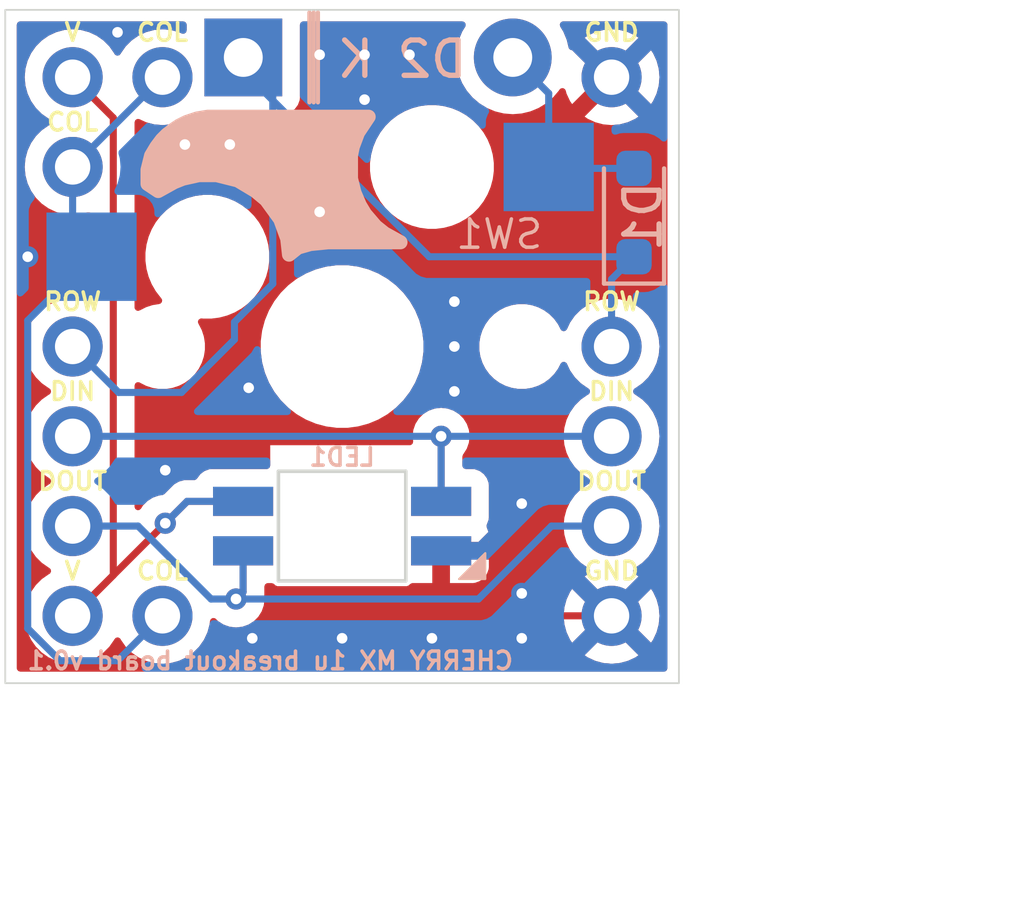
<source format=kicad_pcb>
(kicad_pcb (version 20240108) (generator "pcbnew") (generator_version "8.0")
  (layers (0 "F.Cu" signal) (31 "B.Cu" signal) (34 "B.Paste" user) (35 "F.Paste" user) (36 "B.SilkS" user "B.Silkscreen") (37 "F.SilkS" user "F.Silkscreen") (38 "B.Mask" user) (39 "F.Mask" user) (44 "Edge.Cuts" user))
  (net 0 "")
  (net 1 "/ROW")
  (net 2 "Net-(D1-A)")
  (net 3 "/COL")
  (net 4 "/VIN")
  (net 5 "/DOUT")
  (net 6 "/DIN")
  (net 7 "/GND")
  (footprint "THT:THT_D1.7mm_D1.0mm_P2.54mm" (layer "F.Cu") (at 123.241049 67.849969)
    (property "Reference" "GND" (at 0 -1.27 0) (layer "F.SilkS") (effects (font (size 0.5 0.5) (thickness 0.1))))
    (property "Value" "Conn_01x01_Pin" (hide yes))
    (pad "1" thru_hole circle (at 0 0) (size 1.7 1.7) (drill 1) (layers "*.Cu" "*.Mask") (net 7 "/GND"))
  )
  (footprint "THT:THT_D1.7mm_D1.0mm_P2.54mm" (layer "F.Cu") (at 108.001049 83.089969)
    (property "Reference" "V" (at 0 -1.27 0) (layer "F.SilkS") (effects (font (size 0.5 0.5) (thickness 0.1))))
    (property "Value" "Conn_01x01_Pin" (hide yes))
    (pad "1" thru_hole circle (at 0 0) (size 1.7 1.7) (drill 1) (layers "*.Cu" "*.Mask") (net 4 "/VIN"))
  )
  (footprint "THT:THT_D1.7mm_D1.0mm_P2.54mm" (layer "F.Cu") (at 108.001049 67.849969)
    (property "Reference" "V" (at 0 -1.27 0) (layer "F.SilkS") (effects (font (size 0.5 0.5) (thickness 0.1))))
    (property "Value" "Conn_01x01_Pin" (hide yes))
    (pad "1" thru_hole circle (at 0 0) (size 1.7 1.7) (drill 1) (layers "*.Cu" "*.Mask") (net 4 "/VIN"))
  )
  (footprint "THT:THT_D1.7mm_D1.0mm_P2.54mm" (layer "F.Cu") (at 108.001049 70.389969)
    (property "Reference" "COL" (at 0 -1.27 0) (layer "F.SilkS") (effects (font (size 0.5 0.5) (thickness 0.1))))
    (property "Value" "Conn_01x01_Pin" (hide yes))
    (pad "1" thru_hole circle (at 0 0) (size 1.7 1.7) (drill 1) (layers "*.Cu" "*.Mask") (net 3 "/COL"))
  )
  (footprint "THT:THT_D1.7mm_D1.0mm_P2.54mm" (layer "F.Cu") (at 108.001049 80.549969)
    (property "Reference" "DOUT" (at 0 -1.27 0) (layer "F.SilkS") (effects (font (size 0.5 0.5) (thickness 0.1))))
    (property "Value" "Conn_01x01_Pin" (hide yes))
    (pad "1" thru_hole circle (at 0 0) (size 1.7 1.7) (drill 1) (layers "*.Cu" "*.Mask") (net 5 "/DOUT"))
  )
  (footprint "THT:THT_D1.7mm_D1.0mm_P2.54mm" (layer "F.Cu") (at 123.241049 80.549969)
    (property "Reference" "DOUT" (at 0 -1.27 0) (layer "F.SilkS") (effects (font (size 0.5 0.5) (thickness 0.1))))
    (property "Value" "Conn_01x01_Pin" (hide yes))
    (pad "1" thru_hole circle (at 0 0) (size 1.7 1.7) (drill 1) (layers "*.Cu" "*.Mask") (net 5 "/DOUT"))
  )
  (footprint "THT:THT_D1.7mm_D1.0mm_P2.54mm" (layer "F.Cu") (at 108.001049 78.009969)
    (property "Reference" "DIN" (at 0 -1.27 0) (layer "F.SilkS") (effects (font (size 0.5 0.5) (thickness 0.1))))
    (property "Value" "Conn_01x01_Pin" (hide yes))
    (pad "1" thru_hole circle (at 0 0) (size 1.7 1.7) (drill 1) (layers "*.Cu" "*.Mask") (net 6 "/DIN"))
  )
  (footprint "THT:THT_D1.7mm_D1.0mm_P2.54mm" (layer "F.Cu") (at 110.541049 67.849969)
    (property "Reference" "J13" (hide yes))
    (property "Value" "Conn_01x01_Pin" (hide yes))
    (pad "1" thru_hole circle (at 0 0) (size 1.7 1.7) (drill 1) (layers "*.Cu" "*.Mask") (net 3 "/COL"))
  )
  (footprint "THT:THT_D1.7mm_D1.0mm_P2.54mm" (layer "F.Cu") (at 110.541049 83.089969)
    (property "Reference" "COL" (at 0 -1.27 0) (layer "F.SilkS") (effects (font (size 0.5 0.5) (thickness 0.1))))
    (property "Value" "Conn_01x01_Pin" (hide yes))
    (pad "1" thru_hole circle (at 0 0) (size 1.7 1.7) (drill 1) (layers "*.Cu" "*.Mask") (net 3 "/COL"))
  )
  (footprint "THT:THT_D1.7mm_D1.0mm_P2.54mm" (layer "F.Cu") (at 123.241049 78.009969)
    (property "Reference" "DIN" (at 0 -1.27 0) (layer "F.SilkS") (effects (font (size 0.5 0.5) (thickness 0.1))))
    (property "Value" "Conn_01x01_Pin" (hide yes))
    (pad "1" thru_hole circle (at 0 0) (size 1.7 1.7) (drill 1) (layers "*.Cu" "*.Mask") (net 6 "/DIN"))
  )
  (footprint "THT:THT_D1.7mm_D1.0mm_P2.54mm" (layer "F.Cu") (at 108.001049 75.469969)
    (property "Reference" "ROW" (at 0 -1.27 0) (layer "F.SilkS") (effects (font (size 0.5 0.5) (thickness 0.1))))
    (property "Value" "Conn_01x01_Pin" (hide yes))
    (pad "1" thru_hole circle (at 0 0) (size 1.7 1.7) (drill 1) (layers "*.Cu" "*.Mask") (net 1 "/ROW"))
  )
  (footprint "THT:THT_D1.7mm_D1.0mm_P2.54mm" (layer "F.Cu") (at 123.241049 75.469969)
    (property "Reference" "ROW" (at 0 -1.27 0) (layer "F.SilkS") (effects (font (size 0.5 0.5) (thickness 0.1))))
    (property "Value" "Conn_01x01_Pin" (hide yes))
    (pad "1" thru_hole circle (at 0 0) (size 1.7 1.7) (drill 1) (layers "*.Cu" "*.Mask") (net 1 "/ROW"))
  )
  (footprint "THT:THT_D1.7mm_D1.0mm_P2.54mm" (layer "F.Cu") (at 123.241049 83.089969)
    (property "Reference" "GND" (at 0 -1.27 0) (layer "F.SilkS") (effects (font (size 0.5 0.5) (thickness 0.1))))
    (property "Value" "Conn_01x01_Pin" (hide yes))
    (pad "1" thru_hole circle (at 0 0) (size 1.7 1.7) (drill 1) (layers "*.Cu" "*.Mask") (net 7 "/GND"))
  )
  (footprint "kbd:keyswitch_cherrymx_hotswap_1u" (layer "B.Cu") (at 115.621049 75.469969 180)
    (property "Reference" "SW1" (at -4.445 3.175 0) (layer "B.SilkS") (effects (font (size 0.8 0.8) (thickness 0.1) (bold yes)) (justify mirror)))
    (property "Value" "SW_Push" (hide yes))
    (fp_poly (pts (xy 3.6 6.5) (xy 3.8 6.5) (xy 4.1 6.45) (xy 4.4 6.35) (xy 4.6 6.25) (xy 4.75 6.15) (xy 4.95 6) (xy 5.1 5.85) (xy 5.25 5.65) (xy 5.4 5.4) (xy 5.5 5) (xy 5.5 4.6) (xy 5.35 4.5) (xy 5.2 4.4) (xy 4.75 4.65) (xy 4.5 4.75) (xy 4.05 4.85) (xy 3.55 4.85) (xy 2.95 4.7) (xy 2.45 4.4) (xy 2.15 4.15) (xy 1.75 3.6) (xy 1.55 3.05) (xy 1.5 2.6) (xy 1.25 2.8) (xy 0.9 2.9) (xy 0.4 2.95) (xy -1.65 2.95) (xy -1.2 3.2) (xy -0.95 3.4) (xy -0.65 3.75) (xy -0.5 4) (xy -0.35 4.35) (xy -0.25 4.75) (xy -0.25 5.05) (xy -0.25 5.4) (xy -0.3 5.65) (xy -0.45 6.05) (xy -0.75 6.5)) (stroke (width 0.4)) (fill solid) (layer "B.SilkS"))
    (pad "" np_thru_hole circle (at -5.08 0 180) (size 1.9 1.9) (drill 1.9) (layers "*.Cu" "*.Mask"))
    (pad "" np_thru_hole circle (at -2.54 5.08 180) (size 3 3) (drill 3) (layers "F&B.Cu" "*.Mask"))
    (pad "" np_thru_hole circle (at 0 0 270) (size 4.1 4.1) (drill 4.1) (layers "*.Cu" "*.Mask"))
    (pad "" np_thru_hole circle (at 3.81 2.54 180) (size 3 3) (drill 3) (layers "F&B.Cu" "*.Mask"))
    (pad "" np_thru_hole circle (at 5.08 0 180) (size 1.9 1.9) (drill 1.9) (layers "*.Cu" "*.Mask"))
    (pad "1" smd rect (at 7.085 2.54) (size 2.55 2.5) (layers "B.Cu" "B.Paste" "B.Mask") (net 3 "/COL"))
    (pad "2" smd rect (at -5.842 5.08) (size 2.55 2.5) (layers "B.Cu" "B.Paste" "B.Mask") (net 2 "Net-(D1-A)"))
  )
  (footprint "kbd:YS-SK6812MINI-E_Both" (layer "B.Cu") (at 115.621049 80.549969 180)
    (property "Reference" "LED1" (at 0 1.95 0) (layer "B.SilkS") (effects (font (size 0.5 0.5) (thickness 0.1)) (justify mirror)))
    (property "Value" "YS-SK6812MINI-E" (hide yes))
    (fp_poly (pts (xy -4.05 -0.762) (xy -4.05 -1.5) (xy -3.302 -1.5)) (stroke (width 0.05)) (fill solid) (layer "B.SilkS"))
    (fp_poly (pts (xy -4.05 -0.762) (xy -4.05 -1.5) (xy -3.302 -1.5)) (stroke (width 0.05)) (fill solid) (layer "F.SilkS"))
    (fp_line (start 1.8 1.55) (end 1.8 -1.55) (stroke (width 0.1)) (layer "Edge.Cuts"))
    (fp_line (start 1.8 -1.55) (end -1.8 -1.55) (stroke (width 0.1)) (layer "Edge.Cuts"))
    (fp_line (start -1.8 1.55) (end 1.8 1.55) (stroke (width 0.1)) (layer "Edge.Cuts"))
    (fp_line (start -1.8 -1.55) (end -1.8 1.55) (stroke (width 0.1)) (layer "Edge.Cuts"))
    (pad "1" smd rect (at 2.8 0.7 180) (size 1.7 0.825) (layers "F.Cu" "F.Paste" "F.Mask") (net 4 "/VIN"))
    (pad "1" smd rect (at 2.8 0.7 180) (size 1.7 0.825) (layers "B.Cu" "B.Paste" "B.Mask") (net 4 "/VIN"))
    (pad "2" smd rect (at 2.8 -0.7 180) (size 1.7 0.825) (layers "F.Cu" "F.Paste" "F.Mask") (net 5 "/DOUT"))
    (pad "2" smd rect (at 2.8 -0.7 180) (size 1.7 0.825) (layers "B.Cu" "B.Paste" "B.Mask") (net 5 "/DOUT"))
    (pad "3" smd rect (at -2.8 -0.7 180) (size 1.7 0.825) (layers "F.Cu" "F.Paste" "F.Mask") (net 7 "/GND"))
    (pad "3" smd rect (at -2.8 -0.7 180) (size 1.7 0.825) (layers "B.Cu" "B.Paste" "B.Mask") (net 7 "/GND"))
    (pad "4" smd rect (at -2.8 0.7 180) (size 1.7 0.825) (layers "F.Cu" "F.Paste" "F.Mask") (net 6 "/DIN"))
    (pad "4" smd rect (at -2.8 0.7 180) (size 1.7 0.825) (layers "B.Cu" "B.Paste" "B.Mask") (net 6 "/DIN"))
  )
  (footprint "Diode_THT:D_DO-41_SOD81_P7.62mm_Horizontal" (layer "B.Cu") (at 112.827049 67.291169)
    (property "Reference" "D2" (at 5.334 0.0508 180) (layer "B.SilkS") (effects (justify mirror)))
    (property "Value" "D" (hide yes))
    (fp_line (start 1.87 -1.27) (end 1.87 1.27) (stroke (width 0.12)) (layer "B.SilkS"))
    (fp_line (start 1.99 -1.27) (end 1.99 1.27) (stroke (width 0.12)) (layer "B.SilkS"))
    (fp_line (start 2.11 -1.27) (end 2.11 1.27) (stroke (width 0.12)) (layer "B.SilkS"))
    (fp_text user "K" (at 3.175 0.0508 180) (layer "B.SilkS") (effects (justify mirror)))
    (pad "1" thru_hole rect (at 0 0) (size 2.2 2.2) (drill 1.1) (layers "*.Cu" "*.Mask") (net 1 "/ROW"))
    (pad "2" thru_hole oval (at 7.62 0) (size 2.2 2.2) (drill 1.1) (layers "*.Cu" "*.Mask") (net 2 "Net-(D1-A)"))
  )
  (footprint "Diode_SMD:D_SOD-323_HandSoldering" (layer "B.Cu") (at 123.876049 71.679969 90)
    (property "Reference" "D1" (at -0.107 0.254 90) (layer "B.SilkS") (effects (justify mirror)))
    (property "Value" "D" (hide yes))
    (fp_line (start 1.25 -0.85) (end -2.01 -0.85) (stroke (width 0.12)) (layer "B.SilkS"))
    (fp_line (start -2.01 -0.85) (end -2.01 0.85) (stroke (width 0.12)) (layer "B.SilkS"))
    (fp_line (start 1.25 0.85) (end -2.01 0.85) (stroke (width 0.12)) (layer "B.SilkS"))
    (pad "1" smd roundrect (at -1.25 0 90) (size 1 1) (layers "B.Cu" "B.Paste" "B.Mask") (net 1 "/ROW"))
    (pad "2" smd roundrect (at 1.25 0 90) (size 1 1) (layers "B.Cu" "B.Paste" "B.Mask") (net 2 "Net-(D1-A)"))
  )
  (gr_rect (start 106.096049 65.944969) (end 125.146049 84.994969) (stroke (width 0.05)) (fill none) (layer "Edge.Cuts"))
  (gr_text "CHERRY MX 1u breakout board v0.1" (at 113.589049 84.359969 -0) (layer "B.SilkS") (effects (font (size 0.5 0.5) (thickness 0.1)) (justify mirror)))
  (gr_text "COL" (at 110.541049 66.579969 0) (layer "F.SilkS") (effects (font (size 0.5 0.5) (thickness 0.1))))
  (segment (start 112.827049 67.672264) (end 112.827049 67.291169) (width 0.2) (layer "B.Cu") (net 1))
  (segment (start 113.661049 73.696264) (end 112.577344 74.779969) (width 0.2) (layer "B.Cu") (net 1))
  (segment (start 123.241049 75.469969) (end 123.241049 73.564969) (width 0.2) (layer "B.Cu") (net 1))
  (segment (start 123.241049 73.564969) (end 123.876049 72.929969) (width 0.2) (layer "B.Cu") (net 1))
  (segment (start 112.577344 75.272152) (end 111.079527 76.769969) (width 0.2) (layer "B.Cu") (net 1))
  (segment (start 109.301049 76.769969) (end 108.001049 75.469969) (width 0.2) (layer "B.Cu") (net 1))
  (segment (start 111.079527 76.769969) (end 109.301049 76.769969) (width 0.2) (layer "B.Cu") (net 1))
  (segment (start 118.084754 72.929969) (end 112.827049 67.672264) (width 0.2) (layer "B.Cu") (net 1))
  (segment (start 112.577344 74.779969) (end 112.577344 75.272152) (width 0.2) (layer "B.Cu") (net 1))
  (segment (start 113.661049 68.125169) (end 113.661049 73.696264) (width 0.2) (layer "B.Cu") (net 1))
  (segment (start 123.876049 72.929969) (end 118.084754 72.929969) (width 0.2) (layer "B.Cu") (net 1))
  (segment (start 112.827049 67.291169) (end 113.661049 68.125169) (width 0.2) (layer "B.Cu") (net 1))
  (segment (start 121.463049 68.307169) (end 120.447049 67.291169) (width 0.2) (layer "B.Cu") (net 2))
  (segment (start 121.463049 70.389969) (end 121.463049 68.307169) (width 0.2) (layer "B.Cu") (net 2))
  (segment (start 121.503049 70.429969) (end 121.463049 70.389969) (width 0.2) (layer "B.Cu") (net 2))
  (segment (start 123.876049 70.429969) (end 121.503049 70.429969) (width 0.2) (layer "B.Cu") (net 2))
  (segment (start 106.731049 74.734969) (end 106.731049 83.446315) (width 0.2) (layer "B.Cu") (net 3))
  (segment (start 108.001049 70.389969) (end 108.001049 72.394969) (width 0.2) (layer "B.Cu") (net 3))
  (segment (start 109.271049 84.359969) (end 110.541049 83.089969) (width 0.2) (layer "B.Cu") (net 3))
  (segment (start 106.731049 83.446315) (end 107.644703 84.359969) (width 0.2) (layer "B.Cu") (net 3))
  (segment (start 107.644703 84.359969) (end 109.271049 84.359969) (width 0.2) (layer "B.Cu") (net 3))
  (segment (start 108.536049 72.929969) (end 106.731049 74.734969) (width 0.2) (layer "B.Cu") (net 3))
  (segment (start 108.001049 70.389969) (end 110.541049 67.849969) (width 0.2) (layer "B.Cu") (net 3))
  (segment (start 108.001049 72.394969) (end 108.536049 72.929969) (width 0.2) (layer "B.Cu") (net 3))
  (segment (start 112.821049 79.849969) (end 111.241049 79.849969) (width 0.2) (layer "F.Cu") (net 4))
  (segment (start 109.151049 68.999969) (end 109.151049 81.939969) (width 0.2) (layer "F.Cu") (net 4))
  (segment (start 109.151049 81.939969) (end 108.001049 83.089969) (width 0.2) (layer "F.Cu") (net 4))
  (segment (start 110.621049 80.469969) (end 108.001049 83.089969) (width 0.2) (layer "F.Cu") (net 4))
  (segment (start 108.001049 67.849969) (end 109.151049 68.999969) (width 0.2) (layer "F.Cu") (net 4))
  (segment (start 111.241049 79.849969) (end 110.621049 80.469969) (width 0.2) (layer "F.Cu") (net 4))
  (via (at 110.621049 80.469969) (size 0.6) (drill 0.3) (layers "F.Cu" "B.Cu") (net 4))
  (segment (start 111.241049 79.849969) (end 110.621049 80.469969) (width 0.2) (layer "B.Cu") (net 4))
  (segment (start 112.821049 79.849969) (end 111.241049 79.849969) (width 0.2) (layer "B.Cu") (net 4))
  (segment (start 112.821049 82.413623) (end 112.621049 82.613623) (width 0.2) (layer "F.Cu") (net 5))
  (segment (start 112.821049 81.249969) (end 112.821049 82.413623) (width 0.2) (layer "F.Cu") (net 5))
  (via (at 112.621049 82.613623) (size 0.6) (drill 0.3) (layers "F.Cu" "B.Cu") (net 5))
  (segment (start 109.85252 80.549969) (end 111.916174 82.613623) (width 0.2) (layer "B.Cu") (net 5))
  (segment (start 112.821049 82.413623) (end 112.621049 82.613623) (width 0.2) (layer "B.Cu") (net 5))
  (segment (start 112.621049 82.613623) (end 119.477395 82.613623) (width 0.2) (layer "B.Cu") (net 5))
  (segment (start 108.001049 80.549969) (end 109.85252 80.549969) (width 0.2) (layer "B.Cu") (net 5))
  (segment (start 112.821049 81.249969) (end 112.821049 82.413623) (width 0.2) (layer "B.Cu") (net 5))
  (segment (start 121.541049 80.549969) (end 123.241049 80.549969) (width 0.2) (layer "B.Cu") (net 5))
  (segment (start 119.477395 82.613623) (end 121.541049 80.549969) (width 0.2) (layer "B.Cu") (net 5))
  (segment (start 111.916174 82.613623) (end 112.621049 82.613623) (width 0.2) (layer "B.Cu") (net 5))
  (segment (start 118.421049 78.009969) (end 118.421049 79.849969) (width 0.2) (layer "F.Cu") (net 6))
  (via (at 118.421049 78.009969) (size 0.6) (drill 0.3) (layers "F.Cu" "B.Cu") (net 6))
  (segment (start 118.421049 78.009969) (end 118.421049 79.849969) (width 0.2) (layer "B.Cu") (net 6))
  (segment (start 118.421049 78.009969) (end 123.241049 78.009969) (width 0.2) (layer "B.Cu") (net 6))
  (segment (start 118.421049 78.009969) (end 108.001049 78.009969) (width 0.2) (layer "B.Cu") (net 6))
  (segment (start 120.701049 79.914969) (end 119.366049 81.249969) (width 0.2) (layer "F.Cu") (net 7))
  (segment (start 118.421049 83.464969) (end 118.161049 83.724969) (width 0.2) (layer "F.Cu") (net 7))
  (segment (start 119.366049 81.249969) (end 118.421049 81.249969) (width 0.2) (layer "F.Cu") (net 7))
  (segment (start 123.241049 83.089969) (end 121.336049 83.089969) (width 0.2) (layer "F.Cu") (net 7))
  (segment (start 118.421049 81.249969) (end 118.421049 83.464969) (width 0.2) (layer "F.Cu") (net 7))
  (segment (start 121.336049 83.089969) (end 120.701049 82.454969) (width 0.2) (layer "F.Cu") (net 7))
  (via (at 120.701049 82.454969) (size 0.6) (drill 0.3) (layers "F.Cu" "B.Cu") (net 7))
  (via (at 116.256049 67.214969) (size 0.6) (drill 0.3) (layers "F.Cu" "B.Cu") (net 7))
  (via (at 115.621049 83.724969) (size 0.6) (drill 0.3) (layers "F.Cu" "B.Cu") (net 7))
  (via (at 112.446049 69.754969) (size 0.6) (drill 0.3) (layers "F.Cu" "B.Cu") (net 7))
  (via (at 120.701049 83.724969) (size 0.6) (drill 0.3) (layers "F.Cu" "B.Cu") (net 7))
  (via (at 118.161049 83.724969) (size 0.6) (drill 0.3) (layers "F.Cu" "B.Cu") (net 7))
  (via (at 116.256049 68.484969) (size 0.6) (drill 0.3) (layers "F.Cu" "B.Cu") (net 7))
  (via (at 118.796049 76.739969) (size 0.6) (drill 0.3) (layers "F.Cu" "B.Cu") (net 7))
  (via (at 109.271049 66.579969) (size 0.6) (drill 0.3) (layers "F.Cu" "B.Cu") (net 7))
  (via (at 118.796049 75.469969) (size 0.6) (drill 0.3) (layers "F.Cu" "B.Cu") (net 7))
  (via (at 114.986049 67.214969) (size 0.6) (drill 0.3) (layers "F.Cu" "B.Cu") (net 7))
  (via (at 111.176049 69.754969) (size 0.6) (drill 0.3) (layers "F.Cu" "B.Cu") (net 7))
  (via (at 112.979449 76.638369) (size 0.6) (drill 0.3) (layers "F.Cu" "B.Cu") (net 7))
  (via (at 117.526049 67.214969) (size 0.6) (drill 0.3) (layers "F.Cu" "B.Cu") (net 7))
  (via (at 114.986049 71.659969) (size 0.6) (drill 0.3) (layers "F.Cu" "B.Cu") (net 7))
  (via (at 118.796049 74.199969) (size 0.6) (drill 0.3) (layers "F.Cu" "B.Cu") (net 7))
  (via (at 110.621049 78.969969) (size 0.6) (drill 0.3) (layers "F.Cu" "B.Cu") (net 7))
  (via (at 106.731049 72.929969) (size 0.6) (drill 0.3) (layers "F.Cu" "B.Cu") (net 7))
  (via (at 120.701049 79.914969) (size 0.6) (drill 0.3) (layers "F.Cu" "B.Cu") (net 7))
  (via (at 113.081049 83.724969) (size 0.6) (drill 0.3) (layers "F.Cu" "B.Cu") (net 7))
  (segment (start 119.366049 81.249969) (end 118.421049 81.249969) (width 0.2) (layer "B.Cu") (net 7))
  (segment (start 120.701049 79.914969) (end 119.366049 81.249969) (width 0.2) (layer "B.Cu") (net 7))
  (zone (net 0) (net_name "") (layer "F.Cu") (connect_pads (clearance 0)) (min_thickness 0.25)
    (keepout (tracks allowed) (vias allowed) (pads allowed) (copperpour not_allowed) (footprints allowed))
    (fill (thermal_gap 0.5) (thermal_bridge_width 0.5))
    (polygon (pts (xy 111.371049 80.719969) (xy 110.121049 81.469969) (xy 110.121049 81.969969) (xy 111.621049 82.219969) (xy 111.621049 80.719969)))
  )
  (zone (net 0) (net_name "") (layers "F&B.Cu") (connect_pads (clearance 0)) (min_thickness 0.2)
    (keepout (tracks allowed) (vias allowed) (pads allowed) (copperpour not_allowed) (footprints allowed))
    (fill (thermal_gap 0.5) (thermal_bridge_width 0.5) (island_removal_mode 1) (island_area_min 10))
    (polygon (pts (xy 113.589049 78.263969) (xy 113.589049 79.025969) (xy 117.653049 79.025969) (xy 117.653049 78.263969)))
  )
  (zone (net 7) (net_name "/GND") (layers "F&B.Cu") (connect_pads (clearance 0.5)) (min_thickness 0.2) (fill yes (thermal_gap 0.5) (thermal_bridge_width 0.5) (island_removal_mode 1) (island_area_min 10))
    (polygon (pts (xy 106.421049 66.269969) (xy 106.421049 84.669969) (xy 124.821049 84.669969) (xy 124.821049 66.269969)))
  )
  (zone (net 0) (net_name "") (layer "B.Cu") (connect_pads (clearance 0)) (min_thickness 0.2)
    (keepout (tracks allowed) (vias allowed) (pads allowed) (copperpour not_allowed) (footprints allowed))
    (fill (thermal_gap 0.5) (thermal_bridge_width 0.5) (island_removal_mode 1) (island_area_min 10))
    (polygon (pts (xy 118.161049 72.421969) (xy 122.733049 72.421969) (xy 123.749049 71.913969) (xy 125.273049 72.421969) (xy 125.273049 70.897969) (xy 123.241049 71.405969) (xy 122.733049 72.421969) (xy 119.685049 71.913969) (xy 119.685049 70.897969) (xy 118.161049 71.913969)))
  )
  (zone (net 0) (net_name "") (layer "B.Cu") (connect_pads (clearance 0)) (min_thickness 0.2)
    (keepout (tracks allowed) (vias allowed) (pads allowed) (copperpour not_allowed) (footprints allowed))
    (fill (thermal_gap 0.5) (thermal_bridge_width 0.5) (island_removal_mode 1) (island_area_min 10))
    (polygon (pts (xy 108.255049 81.819969) (xy 109.271049 82.835969) (xy 110.795049 81.565969) (xy 110.287049 80.803969) (xy 109.017049 81.057969)))
  )
  (zone (net 0) (net_name "") (layer "B.Cu") (connect_pads (clearance 0)) (min_thickness 0.2)
    (keepout (tracks allowed) (vias allowed) (pads allowed) (copperpour not_allowed) (footprints allowed))
    (fill (thermal_gap 0.5) (thermal_bridge_width 0.5) (island_removal_mode 1) (island_area_min 10))
    (polygon (pts (xy 105.969049 84.105969) (xy 105.969049 84.867969) (xy 106.985049 84.867969) (xy 106.985049 84.105969)))
  )
  (zone (net 0) (net_name "") (layer "B.Cu") (connect_pads (clearance 0)) (min_thickness 0.2)
    (keepout (tracks allowed) (vias allowed) (pads allowed) (copperpour not_allowed) (footprints allowed))
    (fill (thermal_gap 0.5) (thermal_bridge_width 0.5) (island_removal_mode 1) (island_area_min 10))
    (polygon (pts (xy 112.065049 75.215969) (xy 112.065049 74.453969) (xy 111.557049 74.453969) (xy 111.303049 74.707969) (xy 111.557049 75.215969)))
  )
)
</source>
